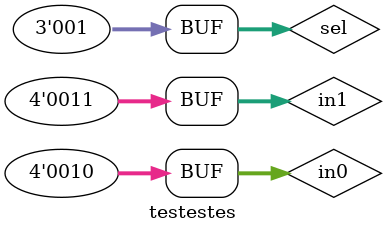
<source format=v>
`timescale 1ns / 1ps


module testestes;

	// Inputs
	reg [3:0] in0;
	reg [3:0] in1;
	reg [2:0] sel;

	// Outputs
	wire [7:0] out;

	// Instantiate the Unit Under Test (UUT)
	ual uut (
		.out(out), 
		.in0(in0), 
		.in1(in1), 
		.sel(sel)
	);

	initial begin
		// Initialize Inputs
		in0 = 2;
		in1 = 3;
		sel = 1;

		// Wait 100 ns for global reset to finish
		#100;
        
		// Add stimulus here

	end
      
endmodule


</source>
